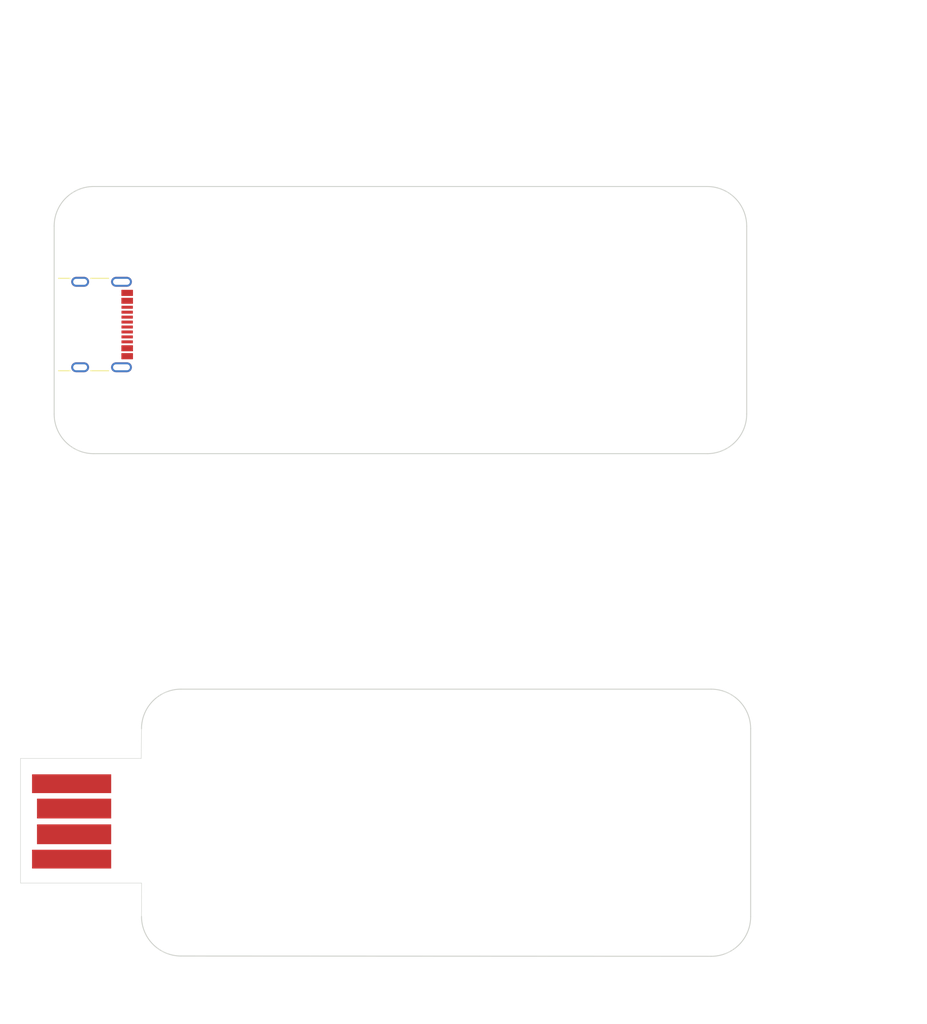
<source format=kicad_pcb>
(kicad_pcb (version 20240108) (generator "pcbnew") (generator_version "8.0")
  (title_block (title "ThumbWars Template") (date "2024-06-26") (rev "Rev1") (company "Open-Source Bitcoin Mining Community: ThumbWars") (comment 1 "Thumb Wars: A Open-Source Bitcoin Miner Hardware Competition"))
  (layers (0 "F.Cu" signal "Top") (1 "In1.Cu" power "Ground") (2 "In2.Cu" signal "Inner") (3 "In3.Cu" power "Power") (4 "In4.Cu" power "Ground2") (31 "B.Cu" signal "Bottom") (34 "B.Paste" user) (35 "F.Paste" user) (36 "B.SilkS" user "B.Silkscreen") (37 "F.SilkS" user "F.Silkscreen") (38 "B.Mask" user) (39 "F.Mask" user) (44 "Edge.Cuts" user))
  (net 0 "")
  (net 1 "GND")
  (net 2 "VBUS")
  (net 3 "Net-(J1-CC1)")
  (net 5 "Net-(J1-CC2)")
  (net 7 "/USBC_D-")
  (net 8 "/USBC_D+")
  (footprint "USB_Port_Tester:USB_A_On_Trace" (layer "F.Cu") (at 103.0625 125.1675 -90)
    (property "Reference" "J1" (hide yes))
    (property "Value" "USB_CONN" (hide yes))
    (pad "1" connect rect (at 3.81 -4.9 270) (size 1.9 8) (layers "F.Cu" "F.Mask"))
    (pad "2" connect rect (at 1.3 -5.15 270) (size 2 7.5) (layers "F.Cu" "F.Mask"))
    (pad "3" connect rect (at -1.3 -5.15 270) (size 2 7.5) (layers "F.Cu" "F.Mask"))
    (pad "4" connect rect (at -3.81 -4.9 270) (size 1.9 8) (layers "F.Cu" "F.Mask") (net 1 "GND"))
  )
  (footprint "Connector_USB:USB_C_Receptacle_GCT_USB4105-xx-A_16P_TopMnt_Horizontal" (layer "F.Cu") (at 109.9 74.95 -90)
    (property "Reference" "J1" (hide yes))
    (property "Value" "USB_C_Receptacle_USB2.0" (hide yes))
    (fp_line (start -4.67 2.1) (end -4.67 3.25) (stroke (width 0.12)) (layer "F.SilkS"))
    (fp_line (start 4.67 2.1) (end 4.67 3.25) (stroke (width 0.12)) (layer "F.SilkS"))
    (fp_line (start -4.67 0) (end -4.67 -1.8) (stroke (width 0.12)) (layer "F.SilkS"))
    (fp_line (start 4.67 0) (end 4.67 -1.8) (stroke (width 0.12)) (layer "F.SilkS"))
    (pad "" np_thru_hole circle (at -2.89 -2.605 270) (size 0.65 0.65) (drill 0.65) (layers "F&B.Cu" "*.Mask"))
    (pad "" np_thru_hole circle (at 2.89 -2.605 270) (size 0.65 0.65) (drill 0.65) (layers "F&B.Cu" "*.Mask"))
    (pad "A1" smd rect (at -3.2 -3.68 270) (size 0.6 1.15) (layers "F.Cu" "F.Paste" "F.Mask") (net 1 "GND"))
    (pad "A4" smd rect (at -2.4 -3.68 270) (size 0.6 1.15) (layers "F.Cu" "F.Paste" "F.Mask") (net 2 "VBUS"))
    (pad "A5" smd rect (at -1.25 -3.68 270) (size 0.3 1.15) (layers "F.Cu" "F.Paste" "F.Mask") (net 3 "Net-(J1-CC1)"))
    (pad "A6" smd rect (at -0.25 -3.68 270) (size 0.3 1.15) (layers "F.Cu" "F.Paste" "F.Mask") (net 8 "/USBC_D+"))
    (pad "A7" smd rect (at 0.25 -3.68 270) (size 0.3 1.15) (layers "F.Cu" "F.Paste" "F.Mask") (net 7 "/USBC_D-"))
    (pad "A8" smd rect (at 1.25 -3.68 270) (size 0.3 1.15) (layers "F.Cu" "F.Paste" "F.Mask"))
    (pad "A9" smd rect (at 2.4 -3.68 270) (size 0.6 1.15) (layers "F.Cu" "F.Paste" "F.Mask") (net 2 "VBUS"))
    (pad "A12" smd rect (at 3.2 -3.68 270) (size 0.6 1.15) (layers "F.Cu" "F.Paste" "F.Mask") (net 1 "GND"))
    (pad "B1" smd rect (at 3.2 -3.68 270) (size 0.6 1.15) (layers "F.Cu" "F.Paste" "F.Mask") (net 1 "GND"))
    (pad "B4" smd rect (at 2.4 -3.68 270) (size 0.6 1.15) (layers "F.Cu" "F.Paste" "F.Mask") (net 2 "VBUS"))
    (pad "B5" smd rect (at 1.75 -3.68 270) (size 0.3 1.15) (layers "F.Cu" "F.Paste" "F.Mask") (net 5 "Net-(J1-CC2)"))
    (pad "B6" smd rect (at 0.75 -3.68 270) (size 0.3 1.15) (layers "F.Cu" "F.Paste" "F.Mask") (net 8 "/USBC_D+"))
    (pad "B7" smd rect (at -0.75 -3.68 270) (size 0.3 1.15) (layers "F.Cu" "F.Paste" "F.Mask") (net 7 "/USBC_D-"))
    (pad "B8" smd rect (at -1.75 -3.68 270) (size 0.3 1.15) (layers "F.Cu" "F.Paste" "F.Mask"))
    (pad "B9" smd rect (at -2.4 -3.68 270) (size 0.6 1.15) (layers "F.Cu" "F.Paste" "F.Mask") (net 2 "VBUS"))
    (pad "B12" smd rect (at -3.2 -3.68 270) (size 0.6 1.15) (layers "F.Cu" "F.Paste" "F.Mask") (net 1 "GND"))
    (pad "S1" thru_hole oval (at -4.32 -3.105 270) (size 1 2.1) (drill oval 0.6 1.7) (layers "*.Cu" "*.Mask"))
    (pad "S1" thru_hole oval (at -4.32 1.075 270) (size 1 1.8) (drill oval 0.6 1.4) (layers "*.Cu" "*.Mask"))
    (pad "S1" thru_hole oval (at 4.32 -3.105 270) (size 1 2.1) (drill oval 0.6 1.7) (layers "*.Cu" "*.Mask"))
    (pad "S1" thru_hole oval (at 4.32 1.075 270) (size 1 1.8) (drill oval 0.6 1.4) (layers "*.Cu" "*.Mask"))
  )
  (gr_line (start 102.8 131.4) (end 115.0325 131.4) (stroke (width 0.0508)) (layer "Edge.Cuts"))
  (gr_arc (start 119.028427 138.771573) (mid 116.2 137.6) (end 115.028427 134.771573) (stroke (width 0.1)) (layer "Edge.Cuts"))
  (gr_line (start 115.028427 115.8) (end 115 118.8) (stroke (width 0.0508)) (layer "Edge.Cuts"))
  (gr_arc (start 106.2 65) (mid 107.371573 62.171573) (end 110.2 61) (stroke (width 0.1)) (layer "Edge.Cuts"))
  (gr_line (start 172.2 61) (end 110.2 61) (stroke (width 0.1)) (layer "Edge.Cuts"))
  (gr_arc (start 172.2 61) (mid 175.028427 62.171573) (end 176.2 65) (stroke (width 0.1)) (layer "Edge.Cuts"))
  (gr_line (start 115.0325 131.4) (end 115.028427 134.771573) (stroke (width 0.0508)) (layer "Edge.Cuts"))
  (gr_arc (start 115.028427 115.8) (mid 116.2 112.971573) (end 119.028427 111.8) (stroke (width 0.1)) (layer "Edge.Cuts"))
  (gr_arc (start 176.2 84) (mid 175.028427 86.828427) (end 172.2 88) (stroke (width 0.1)) (layer "Edge.Cuts"))
  (gr_line (start 176.6 134.8) (end 176.6 115.8) (stroke (width 0.1)) (layer "Edge.Cuts"))
  (gr_line (start 176.2 84) (end 176.2 65) (stroke (width 0.1)) (layer "Edge.Cuts"))
  (gr_arc (start 110.2 88) (mid 107.371573 86.828427) (end 106.2 84) (stroke (width 0.1)) (layer "Edge.Cuts"))
  (gr_line (start 172.6 111.8) (end 119.028427 111.8) (stroke (width 0.1)) (layer "Edge.Cuts"))
  (gr_line (start 119.028427 138.771573) (end 172.6 138.8) (stroke (width 0.1)) (layer "Edge.Cuts"))
  (gr_line (start 102.8 118.8) (end 102.8 131.4) (stroke (width 0.0508)) (layer "Edge.Cuts"))
  (gr_line (start 106.2 65) (end 106.2 84) (stroke (width 0.1)) (layer "Edge.Cuts"))
  (gr_line (start 102.8 118.8) (end 115 118.8) (stroke (width 0.0508)) (layer "Edge.Cuts"))
  (gr_line (start 110.2 88) (end 172.2 88) (stroke (width 0.1)) (layer "Edge.Cuts"))
  (gr_arc (start 172.6 111.8) (mid 175.428427 112.971573) (end 176.6 115.8) (stroke (width 0.1)) (layer "Edge.Cuts"))
  (gr_arc (start 176.6 134.8) (mid 175.428427 137.628427) (end 172.6 138.8) (stroke (width 0.1)) (layer "Edge.Cuts"))
)
</source>
